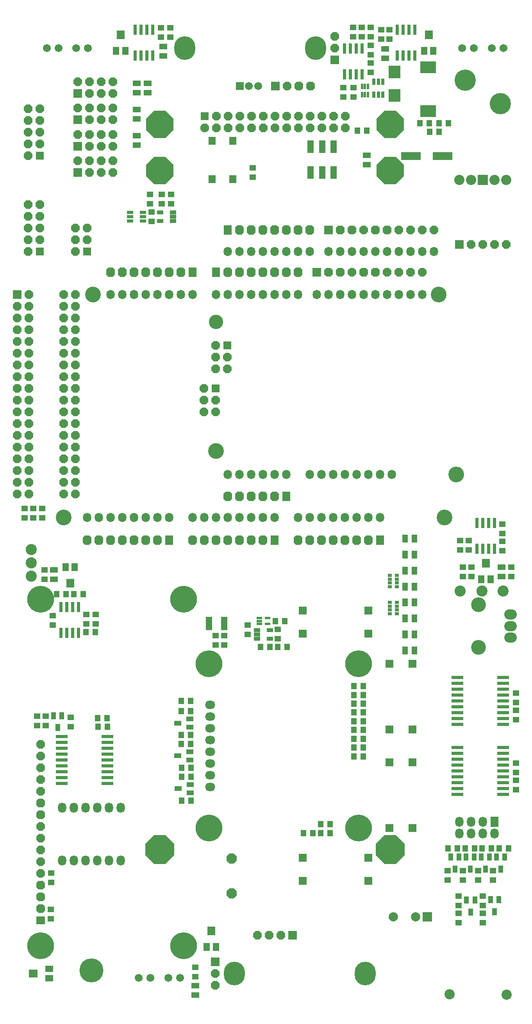
<source format=gts>
G04*
G04 #@! TF.GenerationSoftware,Altium Limited,Altium Designer,18.1.9 (240)*
G04*
G04 Layer_Color=8388736*
%FSLAX44Y44*%
%MOMM*%
G71*
G01*
G75*
%ADD106R,1.4032X2.7032*%
%ADD107R,1.4732X1.2192*%
%ADD108R,1.7272X1.2192*%
%ADD109R,1.2192X1.4732*%
%ADD110R,1.8032X1.9032*%
%ADD111R,1.4032X1.7032*%
%ADD112R,1.9032X1.8032*%
%ADD113R,1.7032X1.4032*%
%ADD114R,2.6032X0.8032*%
%ADD115R,0.8032X2.2032*%
%ADD116R,3.4032X2.6032*%
%ADD117R,4.2032X1.7032*%
%ADD118R,0.7400X1.3400*%
%ADD119R,0.5532X1.2532*%
%ADD120R,1.4032X0.9032*%
%ADD121R,1.3400X0.7400*%
%ADD122R,1.6032X1.1032*%
%ADD123R,1.4732X2.9032*%
%ADD124R,1.2192X1.7272*%
%ADD125R,0.9032X0.6532*%
%ADD126R,1.1032X1.6032*%
%ADD127R,1.8032X1.8032*%
%ADD128R,1.8032X1.8032*%
%ADD129R,1.2532X0.5532*%
%ADD130R,1.2032X0.5532*%
%ADD131R,2.5032X2.7032*%
%ADD132R,1.5032X1.8032*%
%ADD133C,2.4032*%
%ADD134P,2.0070X8X202.5*%
%ADD135R,1.8542X1.8542*%
%ADD136C,3.2032*%
%ADD137O,2.7032X2.2032*%
%ADD138C,5.2032*%
G04:AMPARAMS|DCode=139|XSize=1.8032mm|YSize=2.0032mm|CornerRadius=0mm|HoleSize=0mm|Usage=FLASHONLY|Rotation=180.000|XOffset=0mm|YOffset=0mm|HoleType=Round|Shape=Octagon|*
%AMOCTAGOND139*
4,1,8,0.4508,-1.0016,-0.4508,-1.0016,-0.9016,-0.5508,-0.9016,0.5508,-0.4508,1.0016,0.4508,1.0016,0.9016,0.5508,0.9016,-0.5508,0.4508,-1.0016,0.0*
%
%ADD139OCTAGOND139*%

%ADD140R,1.8032X2.0032*%
G04:AMPARAMS|DCode=141|XSize=1.8032mm|YSize=1.8542mm|CornerRadius=0mm|HoleSize=0mm|Usage=FLASHONLY|Rotation=0.000|XOffset=0mm|YOffset=0mm|HoleType=Round|Shape=Octagon|*
%AMOCTAGOND141*
4,1,8,-0.4508,0.9271,0.4508,0.9271,0.9016,0.4763,0.9016,-0.4763,0.4508,-0.9271,-0.4508,-0.9271,-0.9016,-0.4763,-0.9016,0.4763,-0.4508,0.9271,0.0*
%
%ADD141OCTAGOND141*%

%ADD142P,1.9518X8X292.5*%
%ADD143C,3.1032*%
%ADD144C,3.4031*%
%ADD145O,1.8032X2.0032*%
%ADD146O,4.6032X5.1032*%
%ADD147P,2.0070X8X292.5*%
%ADD148R,1.8542X1.8542*%
%ADD149C,1.7032*%
%ADD150C,2.2032*%
%ADD151R,2.2032X2.2032*%
%ADD152C,4.6032*%
%ADD153R,1.7032X1.7032*%
G04:AMPARAMS|DCode=154|XSize=1.8032mm|YSize=1.8542mm|CornerRadius=0mm|HoleSize=0mm|Usage=FLASHONLY|Rotation=90.000|XOffset=0mm|YOffset=0mm|HoleType=Round|Shape=Octagon|*
%AMOCTAGOND154*
4,1,8,-0.9271,-0.4508,-0.9271,0.4508,-0.4763,0.9016,0.4763,0.9016,0.9271,0.4508,0.9271,-0.4508,0.4763,-0.9016,-0.4763,-0.9016,-0.9271,-0.4508,0.0*
%
%ADD154OCTAGOND154*%

%ADD155R,1.8542X1.8032*%
%ADD156C,5.8032*%
%ADD157R,1.8032X2.2032*%
%ADD158O,1.8032X2.2032*%
%ADD159O,1.8032X2.2032*%
%ADD160O,2.2032X1.8032*%
%ADD161C,2.0032*%
%ADD162R,2.0032X2.0032*%
%ADD163P,2.3848X8X112.5*%
%ADD164P,6.3896X8X292.5*%
%ADD165P,6.7144X8X292.5*%
D106*
X327000Y-54000D02*
D03*
Y2000D02*
D03*
X377000D02*
D03*
Y-54000D02*
D03*
X352000Y2000D02*
D03*
Y-54000D02*
D03*
D107*
X651100Y-850840D02*
D03*
Y-871160D02*
D03*
X-139000Y-1031160D02*
D03*
Y-1010840D02*
D03*
X-159000Y-1031160D02*
D03*
Y-1010840D02*
D03*
X772000Y-1370000D02*
D03*
Y-1390320D02*
D03*
Y-1332350D02*
D03*
Y-1352670D02*
D03*
Y-1181440D02*
D03*
Y-1201760D02*
D03*
Y-1218440D02*
D03*
Y-1238760D02*
D03*
X743000Y-852840D02*
D03*
Y-873160D02*
D03*
Y-815190D02*
D03*
Y-835510D02*
D03*
X670000Y-850680D02*
D03*
Y-871000D02*
D03*
X657000Y-908840D02*
D03*
Y-929160D02*
D03*
X676200D02*
D03*
Y-908840D02*
D03*
X762000Y-929160D02*
D03*
Y-908840D02*
D03*
X457000Y240000D02*
D03*
Y260320D02*
D03*
X438000Y239840D02*
D03*
Y260160D02*
D03*
X419000D02*
D03*
Y239840D02*
D03*
X457000Y183060D02*
D03*
Y162740D02*
D03*
Y221000D02*
D03*
Y200680D02*
D03*
X498000Y234840D02*
D03*
Y255160D02*
D03*
X480000Y234840D02*
D03*
Y255160D02*
D03*
X420000Y129160D02*
D03*
Y108840D02*
D03*
X398000Y129160D02*
D03*
Y108840D02*
D03*
X23000Y238840D02*
D03*
Y259160D02*
D03*
X3000D02*
D03*
Y238840D02*
D03*
X-21000Y-101840D02*
D03*
Y-122160D02*
D03*
X4000Y-101840D02*
D03*
Y-122160D02*
D03*
X25000D02*
D03*
Y-101840D02*
D03*
X-17410Y-139840D02*
D03*
Y-160160D02*
D03*
X-250000Y-914840D02*
D03*
Y-935160D02*
D03*
X-232000Y-1034160D02*
D03*
Y-1013840D02*
D03*
X-193000Y-1233840D02*
D03*
Y-1254160D02*
D03*
X722000Y-1565840D02*
D03*
Y-1586160D02*
D03*
X690000Y-1565840D02*
D03*
Y-1586160D02*
D03*
X657000D02*
D03*
Y-1565840D02*
D03*
X624000D02*
D03*
Y-1586160D02*
D03*
X648000Y-1641160D02*
D03*
Y-1620840D02*
D03*
X700000Y-1641160D02*
D03*
Y-1620840D02*
D03*
X700100Y-1678160D02*
D03*
Y-1657840D02*
D03*
X648000Y-1678320D02*
D03*
Y-1658000D02*
D03*
X77000Y-1774840D02*
D03*
Y-1795160D02*
D03*
X-236000Y-1670000D02*
D03*
Y-1649680D02*
D03*
X-235000Y-1570866D02*
D03*
Y-1591186D02*
D03*
X-247000Y-1230840D02*
D03*
Y-1251160D02*
D03*
X-266000Y-1251160D02*
D03*
Y-1230840D02*
D03*
X140000Y-1056840D02*
D03*
Y-1077160D02*
D03*
X121000D02*
D03*
Y-1056840D02*
D03*
X-255000Y-781840D02*
D03*
Y-802160D02*
D03*
X-274000D02*
D03*
Y-781840D02*
D03*
X-293000Y-802160D02*
D03*
Y-781840D02*
D03*
X256000Y-1042840D02*
D03*
Y-1063160D02*
D03*
X191000Y-1033680D02*
D03*
Y-1054000D02*
D03*
X202000Y-43840D02*
D03*
Y-64160D02*
D03*
D108*
X449000Y-16840D02*
D03*
Y-37160D02*
D03*
X741000Y-929160D02*
D03*
Y-908840D02*
D03*
X489000Y213160D02*
D03*
Y192840D02*
D03*
X-229000Y-914840D02*
D03*
Y-935160D02*
D03*
X77000Y-1835000D02*
D03*
Y-1814680D02*
D03*
X-50000Y118840D02*
D03*
Y139160D02*
D03*
X-26000Y118840D02*
D03*
Y139160D02*
D03*
X-50000Y61840D02*
D03*
Y82160D02*
D03*
Y4840D02*
D03*
Y25160D02*
D03*
X8000Y218160D02*
D03*
Y197840D02*
D03*
D109*
X448748Y36419D02*
D03*
X428428D02*
D03*
X67160Y-1198000D02*
D03*
X46840D02*
D03*
X626160Y52500D02*
D03*
X605840D02*
D03*
X584840Y34000D02*
D03*
X605160D02*
D03*
X563840Y52500D02*
D03*
X584160D02*
D03*
X-186382Y-967000D02*
D03*
X-166062D02*
D03*
X-223160D02*
D03*
X-202840D02*
D03*
X-139840Y-1049000D02*
D03*
X-160160D02*
D03*
X-113840Y-1235000D02*
D03*
X-134160D02*
D03*
X-133790Y-1254000D02*
D03*
X-113470D02*
D03*
X67160Y-1272000D02*
D03*
X46840D02*
D03*
X67160Y-1291000D02*
D03*
X46840D02*
D03*
X68160Y-1343000D02*
D03*
X47840D02*
D03*
X68160Y-1362000D02*
D03*
X47840D02*
D03*
X68160Y-1414000D02*
D03*
X47840D02*
D03*
X369700Y-1484000D02*
D03*
X349380D02*
D03*
X311840D02*
D03*
X332160D02*
D03*
X420840Y-1299000D02*
D03*
X441160D02*
D03*
Y-1280000D02*
D03*
X420840D02*
D03*
Y-1318000D02*
D03*
X441160D02*
D03*
X735840Y-1517000D02*
D03*
X756160D02*
D03*
X698840D02*
D03*
X719160D02*
D03*
X682320D02*
D03*
X662000D02*
D03*
X624840D02*
D03*
X645160D02*
D03*
X441160Y-1185000D02*
D03*
X420840D02*
D03*
X441160Y-1166000D02*
D03*
X420840D02*
D03*
X441160Y-1204000D02*
D03*
X420840D02*
D03*
Y-1223000D02*
D03*
X441160D02*
D03*
Y-1261000D02*
D03*
X420840D02*
D03*
Y-1242000D02*
D03*
X441160D02*
D03*
X349231Y-1465000D02*
D03*
X369551D02*
D03*
X46840Y-1220000D02*
D03*
X67160D02*
D03*
X271160Y-1025000D02*
D03*
X250840D02*
D03*
X276320Y-1081000D02*
D03*
X256000D02*
D03*
X239000D02*
D03*
X218680D02*
D03*
D110*
X112000Y-1696000D02*
D03*
X-84516Y243690D02*
D03*
X583212D02*
D03*
X707000Y-900000D02*
D03*
X-194000Y-942836D02*
D03*
D111*
X102000Y-1730500D02*
D03*
X122000D02*
D03*
X-94516Y209190D02*
D03*
X-74516D02*
D03*
X573212D02*
D03*
X593212D02*
D03*
X697000Y-934500D02*
D03*
X717000D02*
D03*
X-184000Y-908336D02*
D03*
X-204000D02*
D03*
D112*
X-274000Y-1788000D02*
D03*
D113*
X-239500Y-1798000D02*
D03*
Y-1778000D02*
D03*
D114*
X744530Y-1311700D02*
D03*
Y-1324400D02*
D03*
Y-1337100D02*
D03*
Y-1349800D02*
D03*
Y-1362500D02*
D03*
Y-1375200D02*
D03*
Y-1387900D02*
D03*
Y-1400600D02*
D03*
Y-1299000D02*
D03*
X645470Y-1375200D02*
D03*
Y-1362500D02*
D03*
Y-1349800D02*
D03*
Y-1337100D02*
D03*
Y-1324400D02*
D03*
Y-1311700D02*
D03*
Y-1299000D02*
D03*
Y-1387900D02*
D03*
Y-1400600D02*
D03*
X744530Y-1159600D02*
D03*
Y-1172300D02*
D03*
Y-1185000D02*
D03*
Y-1197700D02*
D03*
Y-1210400D02*
D03*
Y-1223100D02*
D03*
Y-1235800D02*
D03*
Y-1248500D02*
D03*
Y-1146900D02*
D03*
X645470Y-1223100D02*
D03*
Y-1210400D02*
D03*
Y-1197700D02*
D03*
Y-1185000D02*
D03*
Y-1172300D02*
D03*
Y-1159600D02*
D03*
Y-1146900D02*
D03*
Y-1235800D02*
D03*
Y-1248500D02*
D03*
X-113470Y-1287900D02*
D03*
Y-1300600D02*
D03*
Y-1313300D02*
D03*
Y-1326000D02*
D03*
Y-1338700D02*
D03*
Y-1351400D02*
D03*
Y-1364100D02*
D03*
Y-1376800D02*
D03*
Y-1275200D02*
D03*
X-212530Y-1351400D02*
D03*
Y-1338700D02*
D03*
Y-1326000D02*
D03*
Y-1313300D02*
D03*
Y-1300600D02*
D03*
Y-1287900D02*
D03*
Y-1275200D02*
D03*
Y-1364100D02*
D03*
Y-1376800D02*
D03*
D115*
X687950Y-868940D02*
D03*
X700650D02*
D03*
X713350D02*
D03*
X726050D02*
D03*
X687950Y-813060D02*
D03*
X700650D02*
D03*
X713350D02*
D03*
X726050D02*
D03*
X439050Y213940D02*
D03*
X426350D02*
D03*
X413650D02*
D03*
X400950D02*
D03*
X439050Y158060D02*
D03*
X426350D02*
D03*
X413650D02*
D03*
X400950D02*
D03*
X553050Y254940D02*
D03*
X540350D02*
D03*
X527650D02*
D03*
X514950D02*
D03*
X553050Y199060D02*
D03*
X540350D02*
D03*
X527650D02*
D03*
X514950D02*
D03*
X-53050D02*
D03*
X-40350D02*
D03*
X-27650D02*
D03*
X-14950D02*
D03*
X-53050Y254940D02*
D03*
X-40350D02*
D03*
X-27650D02*
D03*
X-14950D02*
D03*
X-176222Y-995060D02*
D03*
X-188922D02*
D03*
X-201622D02*
D03*
X-214322D02*
D03*
X-176222Y-1050940D02*
D03*
X-188922D02*
D03*
X-201622D02*
D03*
X-214322D02*
D03*
D116*
X582000Y78500D02*
D03*
Y173500D02*
D03*
D117*
X544710Y-19000D02*
D03*
X613290D02*
D03*
D118*
X474000Y114000D02*
D03*
X483500D02*
D03*
Y142000D02*
D03*
X474000D02*
D03*
X464500D02*
D03*
Y114000D02*
D03*
D119*
X451500Y131750D02*
D03*
X445000D02*
D03*
X438500D02*
D03*
X451500Y114250D02*
D03*
X438500D02*
D03*
X445000D02*
D03*
D120*
X1000Y-159500D02*
D03*
X29000D02*
D03*
Y-150000D02*
D03*
Y-140500D02*
D03*
X1000D02*
D03*
X239000Y-1063500D02*
D03*
X211000D02*
D03*
Y-1054000D02*
D03*
Y-1044500D02*
D03*
X239000D02*
D03*
D121*
X-36000Y-159500D02*
D03*
X-64000D02*
D03*
Y-150000D02*
D03*
Y-140500D02*
D03*
X-36000D02*
D03*
Y-150000D02*
D03*
D122*
X65000Y-1255000D02*
D03*
Y-1237000D02*
D03*
X39000Y-1246000D02*
D03*
X65000Y-1326000D02*
D03*
Y-1308000D02*
D03*
X39000Y-1317000D02*
D03*
X66000Y-1397000D02*
D03*
Y-1379000D02*
D03*
X40000Y-1388000D02*
D03*
D123*
X106500Y-1030000D02*
D03*
X139500D02*
D03*
D124*
X552160Y-847000D02*
D03*
X531840D02*
D03*
X552160Y-881500D02*
D03*
X531840D02*
D03*
X552160Y-916156D02*
D03*
X531840D02*
D03*
X552160Y-950500D02*
D03*
X531840D02*
D03*
X552320Y-985000D02*
D03*
X532000D02*
D03*
X552160Y-1019500D02*
D03*
X531840D02*
D03*
X552160Y-1054000D02*
D03*
X531840D02*
D03*
X552160Y-1088500D02*
D03*
X531840D02*
D03*
D125*
X498981Y-926500D02*
D03*
Y-934500D02*
D03*
Y-942500D02*
D03*
X513981Y-926500D02*
D03*
X498981Y-950500D02*
D03*
X513981Y-934500D02*
D03*
Y-942500D02*
D03*
Y-950500D02*
D03*
X498981Y-985000D02*
D03*
Y-993000D02*
D03*
Y-1001000D02*
D03*
X513981Y-985000D02*
D03*
X498981Y-1009000D02*
D03*
X513981Y-993000D02*
D03*
Y-1001000D02*
D03*
Y-1009000D02*
D03*
D126*
X649000Y-1536000D02*
D03*
X631000D02*
D03*
X640000Y-1562000D02*
D03*
X682000Y-1536000D02*
D03*
X664000D02*
D03*
X673000Y-1562000D02*
D03*
X715000Y-1536000D02*
D03*
X697000D02*
D03*
X706000Y-1562000D02*
D03*
X748000Y-1536000D02*
D03*
X730000D02*
D03*
X739000Y-1562000D02*
D03*
X683000Y-1629000D02*
D03*
X665000D02*
D03*
X674000Y-1655000D02*
D03*
X735000Y-1628540D02*
D03*
X717000D02*
D03*
X726000Y-1654540D02*
D03*
X-221000Y-1256000D02*
D03*
X-230000Y-1230000D02*
D03*
X-212000D02*
D03*
D127*
X452000Y-1002500D02*
D03*
Y-1052500D02*
D03*
X310000Y-1002500D02*
D03*
Y-1052500D02*
D03*
X452000Y-1537500D02*
D03*
Y-1587500D02*
D03*
X310000Y-1537500D02*
D03*
Y-1587500D02*
D03*
D128*
X548000Y-1259900D02*
D03*
X497999D02*
D03*
X548000Y-1117900D02*
D03*
X498000D02*
D03*
X548000Y-1472900D02*
D03*
X498000D02*
D03*
X548000Y-1330900D02*
D03*
X498000D02*
D03*
X146580Y-428600D02*
D03*
X97200Y67700D02*
D03*
X121180Y-521900D02*
D03*
X-156950Y-225400D02*
D03*
X-259600Y-17500D02*
D03*
Y-225400D02*
D03*
D129*
X215750Y-1018500D02*
D03*
Y-1025000D02*
D03*
X234250Y-1018500D02*
D03*
D130*
X215750Y-1031500D02*
D03*
X234250D02*
D03*
D131*
X509000Y112600D02*
D03*
Y163400D02*
D03*
D132*
X158500Y14250D02*
D03*
Y-68250D02*
D03*
X113500D02*
D03*
Y14250D02*
D03*
D133*
X-278000Y-870000D02*
D03*
Y-899000D02*
D03*
X-277999Y-928001D02*
D03*
X744000Y-960000D02*
D03*
X698999Y-959999D02*
D03*
X651099D02*
D03*
D134*
X262700Y-1705000D02*
D03*
X237300D02*
D03*
X211900D02*
D03*
X569490Y-179000D02*
D03*
X544090D02*
D03*
X442490D02*
D03*
X518690D02*
D03*
X594890D02*
D03*
X674700Y-209800D02*
D03*
X700100D02*
D03*
X725500D02*
D03*
X750900D02*
D03*
X275875Y133000D02*
D03*
X-178000Y142450D02*
D03*
X-152600Y117050D02*
D03*
Y142450D02*
D03*
X-101800D02*
D03*
X-127200D02*
D03*
Y117050D02*
D03*
X-101800D02*
D03*
Y2750D02*
D03*
X-127200D02*
D03*
Y28150D02*
D03*
X-101800D02*
D03*
X-152600D02*
D03*
Y2750D02*
D03*
X-178000Y28150D02*
D03*
X544090Y-270000D02*
D03*
X518690D02*
D03*
X417090D02*
D03*
X493290D02*
D03*
X569490D02*
D03*
X-101800Y-54400D02*
D03*
X-127200D02*
D03*
Y-29000D02*
D03*
X-101800D02*
D03*
X-152600D02*
D03*
Y-54400D02*
D03*
X-178000Y-29000D02*
D03*
X-101652Y59900D02*
D03*
X-127052D02*
D03*
Y85300D02*
D03*
X-101652D02*
D03*
X-152452D02*
D03*
Y59900D02*
D03*
X-177852Y85300D02*
D03*
D135*
X288100Y-1705000D02*
D03*
X366290Y-179000D02*
D03*
X649300Y-209800D02*
D03*
X250475Y133000D02*
D03*
X-178000Y117050D02*
D03*
Y2750D02*
D03*
X340890Y-270000D02*
D03*
X-178000Y-54400D02*
D03*
X-177852Y59900D02*
D03*
D136*
X690800Y-990000D02*
D03*
Y-1082000D02*
D03*
D137*
X760800Y-1011000D02*
D03*
Y-1036000D02*
D03*
Y-1061000D02*
D03*
D138*
X-147806Y-1781000D02*
D03*
D139*
X147600Y-755000D02*
D03*
X173000D02*
D03*
X198400D02*
D03*
X223800D02*
D03*
X249200D02*
D03*
X325650Y-179000D02*
D03*
X274850D02*
D03*
X249450D02*
D03*
X224050D02*
D03*
X198650D02*
D03*
X173250D02*
D03*
X300250D02*
D03*
X71650Y-850000D02*
D03*
X122450D02*
D03*
X147850D02*
D03*
X173250D02*
D03*
X198650D02*
D03*
X224050D02*
D03*
X97050D02*
D03*
X274850Y-270000D02*
D03*
X147850D02*
D03*
X173250D02*
D03*
X198650D02*
D03*
X224050D02*
D03*
X249450D02*
D03*
X300250D02*
D03*
X-106150D02*
D03*
X-55350D02*
D03*
X-29950D02*
D03*
X-4550D02*
D03*
X20850D02*
D03*
X46250D02*
D03*
X-80750D02*
D03*
X-156950Y-850000D02*
D03*
X-106150D02*
D03*
X-80750D02*
D03*
X-55350D02*
D03*
X-29950D02*
D03*
X-4550D02*
D03*
X-131550D02*
D03*
X325650D02*
D03*
X452650D02*
D03*
X427250D02*
D03*
X401850D02*
D03*
X376450D02*
D03*
X351050D02*
D03*
X300250D02*
D03*
D140*
X274600Y-755000D02*
D03*
X147850Y-179000D02*
D03*
X249450Y-850000D02*
D03*
X122450Y-270000D02*
D03*
X71650D02*
D03*
X20850Y-850000D02*
D03*
X478050D02*
D03*
D141*
X493290Y-179000D02*
D03*
X467890D02*
D03*
X417090D02*
D03*
X391690D02*
D03*
X301275Y133000D02*
D03*
X326675D02*
D03*
X467890Y-270000D02*
D03*
X442490D02*
D03*
X391690D02*
D03*
X366290D02*
D03*
D142*
X121180Y-428600D02*
D03*
Y-454000D02*
D03*
Y-479400D02*
D03*
X146580D02*
D03*
Y-454000D02*
D03*
X325800Y42300D02*
D03*
Y67700D02*
D03*
X300400Y42300D02*
D03*
Y67700D02*
D03*
X198800Y42300D02*
D03*
Y67700D02*
D03*
X173400Y42300D02*
D03*
Y67700D02*
D03*
X148000Y42300D02*
D03*
Y67700D02*
D03*
X122600Y42300D02*
D03*
Y67700D02*
D03*
X97200Y42300D02*
D03*
X224200Y67700D02*
D03*
Y42300D02*
D03*
X249600Y67700D02*
D03*
Y42300D02*
D03*
X275000D02*
D03*
Y67700D02*
D03*
X376600Y42300D02*
D03*
Y67700D02*
D03*
X351200Y42300D02*
D03*
Y67700D02*
D03*
X402000Y42300D02*
D03*
Y67700D02*
D03*
X-207750Y-750500D02*
D03*
X-182350D02*
D03*
X-207750Y-725100D02*
D03*
X-182350D02*
D03*
X-207750Y-699700D02*
D03*
X-182350D02*
D03*
X-207750Y-674300D02*
D03*
X-182350D02*
D03*
X-207750Y-648900D02*
D03*
X-182350D02*
D03*
X-207750Y-623500D02*
D03*
X-182350D02*
D03*
X-207750Y-598100D02*
D03*
X-182350D02*
D03*
X-207750Y-572700D02*
D03*
X-182350D02*
D03*
X-207750Y-547300D02*
D03*
X-182350D02*
D03*
X-207750Y-521900D02*
D03*
X-182350D02*
D03*
X-207750Y-496500D02*
D03*
X-182350D02*
D03*
X-207750Y-471100D02*
D03*
X-182350D02*
D03*
X-207750Y-445700D02*
D03*
X-182350D02*
D03*
X-207750Y-420300D02*
D03*
X-182350D02*
D03*
X-207750Y-394900D02*
D03*
X-182350D02*
D03*
X-207750Y-369500D02*
D03*
X-182350D02*
D03*
X-207750Y-344100D02*
D03*
X-182350D02*
D03*
X-207750Y-318700D02*
D03*
X-182350D02*
D03*
X95780Y-521900D02*
D03*
Y-547300D02*
D03*
Y-572700D02*
D03*
X121180D02*
D03*
Y-547300D02*
D03*
X-182350Y-225400D02*
D03*
Y-200000D02*
D03*
X-156950D02*
D03*
Y-174600D02*
D03*
X-182350D02*
D03*
X-285000Y84100D02*
D03*
X-259600D02*
D03*
X-285000Y58700D02*
D03*
X-259600D02*
D03*
X-285000Y33300D02*
D03*
X-259600D02*
D03*
X-285000Y7900D02*
D03*
X-259600D02*
D03*
X-285000Y-17500D02*
D03*
Y-225400D02*
D03*
X-259600Y-200000D02*
D03*
X-285000D02*
D03*
X-259600Y-174600D02*
D03*
X-285000D02*
D03*
X-259600Y-149200D02*
D03*
X-285000D02*
D03*
X-259600Y-123800D02*
D03*
X-285000D02*
D03*
D143*
X122450Y-377800D02*
D03*
D144*
Y-657200D02*
D03*
X643150Y-708000D02*
D03*
X-207750Y-801300D02*
D03*
X605050Y-318700D02*
D03*
X-144250D02*
D03*
X617750Y-801300D02*
D03*
D145*
X325650Y-225400D02*
D03*
X300250D02*
D03*
X274850D02*
D03*
X249450D02*
D03*
X224050D02*
D03*
X198650D02*
D03*
X173250D02*
D03*
X147850D02*
D03*
X594890D02*
D03*
X569490D02*
D03*
X544090D02*
D03*
X518690D02*
D03*
X493290D02*
D03*
X467890D02*
D03*
X442490D02*
D03*
X417090D02*
D03*
X391690D02*
D03*
X366290D02*
D03*
X147850Y-708000D02*
D03*
X173250D02*
D03*
X198650D02*
D03*
X224050D02*
D03*
X249450D02*
D03*
X274850D02*
D03*
X325650D02*
D03*
X351050D02*
D03*
X376450D02*
D03*
X401850D02*
D03*
X427250D02*
D03*
X452650D02*
D03*
X478050D02*
D03*
X503450D02*
D03*
X300250Y-318700D02*
D03*
X274850D02*
D03*
X249450D02*
D03*
X224050D02*
D03*
X198650D02*
D03*
X173250D02*
D03*
X147850D02*
D03*
X122450D02*
D03*
X71650Y-801300D02*
D03*
X97050D02*
D03*
X122450D02*
D03*
X147850D02*
D03*
X173250D02*
D03*
X198650D02*
D03*
X224050D02*
D03*
X249450D02*
D03*
X71650Y-318700D02*
D03*
X46250D02*
D03*
X20850D02*
D03*
X-4550D02*
D03*
X-29950D02*
D03*
X-55350D02*
D03*
X-80750D02*
D03*
X-106150D02*
D03*
X-156950Y-801300D02*
D03*
X-131550D02*
D03*
X-106150D02*
D03*
X-80750D02*
D03*
X-55350D02*
D03*
X-29950D02*
D03*
X-4550D02*
D03*
X20850D02*
D03*
X340890Y-318700D02*
D03*
X366290D02*
D03*
X391690D02*
D03*
X417090D02*
D03*
X442490D02*
D03*
X467890D02*
D03*
X493290D02*
D03*
X518690D02*
D03*
X544090D02*
D03*
X569490D02*
D03*
X300250Y-801300D02*
D03*
X325650D02*
D03*
X351050D02*
D03*
X376450D02*
D03*
X401850D02*
D03*
X427250D02*
D03*
X452650D02*
D03*
X478050D02*
D03*
D146*
X162150Y-1788000D02*
D03*
X445850D02*
D03*
X54150Y215000D02*
D03*
X337850D02*
D03*
D147*
X120540Y-1813400D02*
D03*
Y-1788000D02*
D03*
X379460Y215000D02*
D03*
Y240400D02*
D03*
X-308638Y-750500D02*
D03*
X-283238D02*
D03*
Y-725100D02*
D03*
X-308638D02*
D03*
Y-699700D02*
D03*
X-283238D02*
D03*
Y-674300D02*
D03*
X-308638D02*
D03*
Y-648900D02*
D03*
X-283238D02*
D03*
X-308638Y-547300D02*
D03*
X-283238D02*
D03*
X-308638Y-394900D02*
D03*
X-283238Y-318700D02*
D03*
X-308638Y-344100D02*
D03*
X-283238D02*
D03*
X-308638Y-369500D02*
D03*
X-283238D02*
D03*
Y-394900D02*
D03*
X-308638Y-420300D02*
D03*
X-283238Y-496500D02*
D03*
Y-445700D02*
D03*
Y-420300D02*
D03*
X-308638Y-445700D02*
D03*
Y-471100D02*
D03*
X-283238D02*
D03*
X-308638Y-496500D02*
D03*
Y-521900D02*
D03*
X-283238D02*
D03*
Y-572700D02*
D03*
X-308638D02*
D03*
Y-598100D02*
D03*
X-283238D02*
D03*
Y-623500D02*
D03*
X-308638D02*
D03*
X-258162Y-1342864D02*
D03*
Y-1368264D02*
D03*
Y-1469864D02*
D03*
Y-1495264D02*
D03*
Y-1546064D02*
D03*
Y-1571464D02*
D03*
Y-1520664D02*
D03*
Y-1393664D02*
D03*
Y-1317464D02*
D03*
Y-1292064D02*
D03*
D148*
X120540Y-1762600D02*
D03*
X379460Y189600D02*
D03*
X-308638Y-318700D02*
D03*
D149*
X719600Y215000D02*
D03*
X745000D02*
D03*
X655600D02*
D03*
X681000D02*
D03*
X193325Y133000D02*
D03*
X213325D02*
D03*
X-180700Y215000D02*
D03*
X-155300D02*
D03*
X-244700D02*
D03*
X-219300D02*
D03*
X19072Y-1797152D02*
D03*
X44472D02*
D03*
X-45190D02*
D03*
X-19790D02*
D03*
D150*
X750900Y-70100D02*
D03*
X725500D02*
D03*
X674700D02*
D03*
X649300D02*
D03*
X628800Y-1833350D02*
D03*
X751800Y-1833600D02*
D03*
D151*
X700100Y-70100D02*
D03*
D152*
X738200Y95000D02*
D03*
X662000Y145800D02*
D03*
D153*
X173325Y133000D02*
D03*
D154*
X-258162Y-1596864D02*
D03*
Y-1622264D02*
D03*
Y-1647664D02*
D03*
Y-1444464D02*
D03*
Y-1419064D02*
D03*
D155*
Y-1673064D02*
D03*
D156*
X51838Y-1728064D02*
D03*
X-258162D02*
D03*
Y-978064D02*
D03*
X51838D02*
D03*
X106500Y-1472900D02*
D03*
Y-1117900D02*
D03*
X431500D02*
D03*
Y-1472900D02*
D03*
D157*
X725800Y-1459600D02*
D03*
D158*
Y-1485000D02*
D03*
X700400Y-1459600D02*
D03*
Y-1485000D02*
D03*
X675000Y-1459600D02*
D03*
Y-1485000D02*
D03*
X649600Y-1459600D02*
D03*
Y-1485000D02*
D03*
D159*
X-211306Y-1543406D02*
D03*
X-185906D02*
D03*
X-160506D02*
D03*
X-135106D02*
D03*
X-109706D02*
D03*
X-84306D02*
D03*
X-211306Y-1429406D02*
D03*
X-185906D02*
D03*
X-160506D02*
D03*
X-135106D02*
D03*
X-109706D02*
D03*
X-84306D02*
D03*
D160*
X109000Y-1384000D02*
D03*
Y-1358600D02*
D03*
Y-1333200D02*
D03*
Y-1307800D02*
D03*
Y-1282400D02*
D03*
Y-1257000D02*
D03*
Y-1231600D02*
D03*
Y-1206200D02*
D03*
D161*
X506481Y-1665000D02*
D03*
X555000D02*
D03*
D162*
X580400D02*
D03*
D163*
X156000Y-1539000D02*
D03*
Y-1615000D02*
D03*
D164*
X0Y50000D02*
D03*
X500000Y-50000D02*
D03*
Y50000D02*
D03*
X0Y-50000D02*
D03*
D165*
Y-1520000D02*
D03*
X500000D02*
D03*
M02*

</source>
